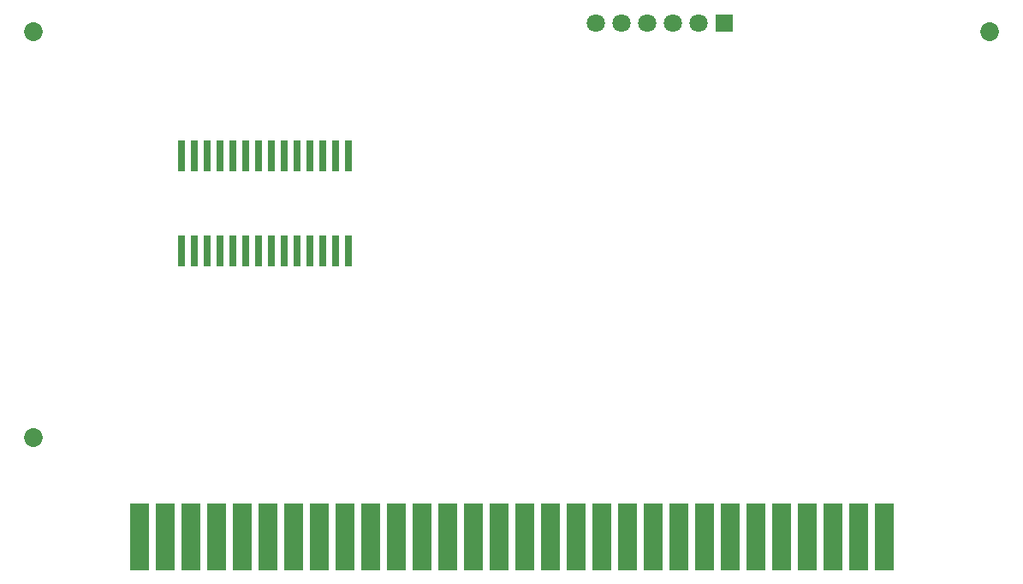
<source format=gbr>
G04 DipTrace 4.0.0.4*
G04 BottomMask.gbr*
%MOIN*%
G04 #@! TF.FileFunction,Soldermask,Bot*
G04 #@! TF.Part,Single*
%ADD37C,0.072913*%
%ADD40C,0.045354*%
%ADD53R,0.027559X0.122047*%
%ADD63C,0.070866*%
%ADD67R,0.070866X0.070866*%
%ADD69R,0.074803X0.259843*%
%FSLAX26Y26*%
G04*
G70*
G90*
G75*
G01*
G04 BotMask*
%LPD*%
D69*
X912450Y549951D3*
X1012450D3*
X1112450D3*
X1212450D3*
X1312450D3*
X1412450D3*
X1512450D3*
X1612450D3*
X1712450D3*
X1812450D3*
X1912450D3*
X2012450D3*
X2112450D3*
X2212450D3*
X2312450D3*
X2412450D3*
X2512450D3*
X2612450D3*
X2712450D3*
X2812450D3*
X2912450D3*
X3012450D3*
X3112450D3*
X3212450D3*
X3312450D3*
X3412450D3*
X3512450D3*
X3612450D3*
X3712450D3*
X3812450D3*
D67*
X3187450Y2549950D3*
D63*
X3087450D3*
X2987450D3*
X2887450D3*
X2787450D3*
X2687450D3*
D53*
X1074951Y2031866D3*
X1124951D3*
X1174951D3*
X1224951D3*
X1274951D3*
X1324951D3*
X1374951D3*
X1424951D3*
X1474951D3*
X1524951D3*
X1574951D3*
X1624951D3*
X1674951D3*
X1724951D3*
Y1661787D3*
X1674951D3*
X1624951D3*
X1574951D3*
X1524951D3*
X1474951D3*
X1424951D3*
X1374951D3*
X1324951D3*
X1274951D3*
X1224951D3*
X1174951D3*
X1124951D3*
X1074951D3*
D37*
X499951Y2515576D3*
D3*
D40*
D3*
D37*
X4221826D3*
D3*
D40*
D3*
D37*
X499951Y937451D3*
D3*
D40*
D3*
M02*

</source>
